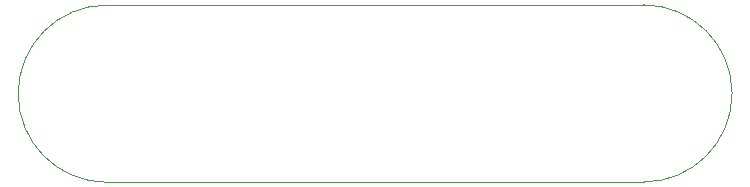
<source format=gbr>
%TF.GenerationSoftware,KiCad,Pcbnew,8.0.4*%
%TF.CreationDate,2024-08-28T09:53:51+01:00*%
%TF.ProjectId,qmmister-snac-restore,716d6d69-7374-4657-922d-736e61632d72,rev?*%
%TF.SameCoordinates,Original*%
%TF.FileFunction,Profile,NP*%
%FSLAX46Y46*%
G04 Gerber Fmt 4.6, Leading zero omitted, Abs format (unit mm)*
G04 Created by KiCad (PCBNEW 8.0.4) date 2024-08-28 09:53:51*
%MOMM*%
%LPD*%
G01*
G04 APERTURE LIST*
%TA.AperFunction,Profile*%
%ADD10C,0.050000*%
%TD*%
G04 APERTURE END LIST*
D10*
X143750000Y-93750000D02*
G75*
G02*
X151250000Y-101250000I0J-7500000D01*
G01*
X143750000Y-93750000D02*
X98303301Y-93771226D01*
X98303301Y-108771226D02*
X143750000Y-108750000D01*
X98303301Y-108771226D02*
G75*
G02*
X90803274Y-101271226I-1J7500026D01*
G01*
X90803301Y-101271226D02*
G75*
G02*
X98303301Y-93771231I7499999J-4D01*
G01*
X151250000Y-101250000D02*
G75*
G02*
X143750000Y-108750000I-7500000J0D01*
G01*
M02*

</source>
